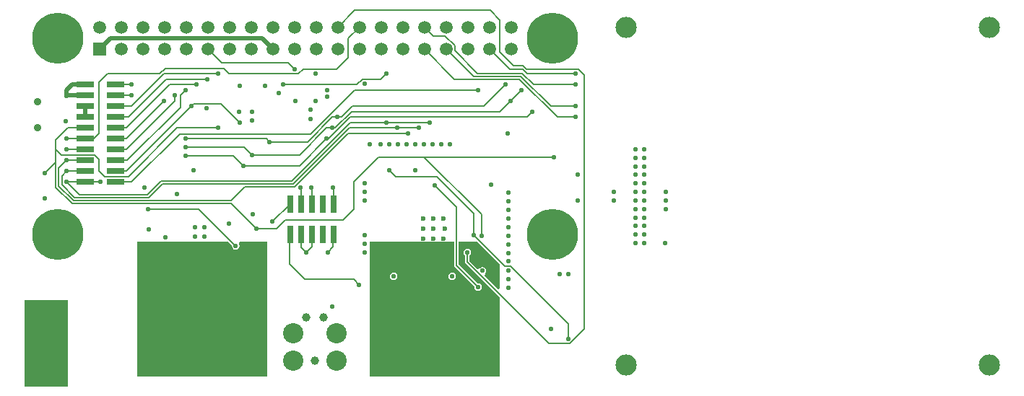
<source format=gbl>
G04 Layer_Physical_Order=4*
G04 Layer_Color=16711680*
%FSLAX25Y25*%
%MOIN*%
G70*
G01*
G75*
%ADD27R,0.20000X0.40000*%
%ADD40C,0.00800*%
%ADD41C,0.02000*%
%ADD43C,0.23622*%
%ADD44R,0.05905X0.05905*%
%ADD45C,0.05905*%
%ADD46C,0.09800*%
%ADD47C,0.02200*%
%ADD48C,0.03543*%
%ADD49C,0.09350*%
%ADD50C,0.03900*%
%ADD51C,0.02362*%
%ADD52C,0.06000*%
%ADD67R,0.02559X0.08268*%
%ADD68R,0.08268X0.02559*%
G36*
X220000Y-60442D02*
Y-71721D01*
X219076Y-72104D01*
X212957Y-65985D01*
X213158Y-64771D01*
X213226Y-64726D01*
X213601Y-64163D01*
X213733Y-63500D01*
X213601Y-62837D01*
X213226Y-62274D01*
X212663Y-61899D01*
X212000Y-61767D01*
X211337Y-61899D01*
X210774Y-62274D01*
X210729Y-62343D01*
X209515Y-62543D01*
X206020Y-59048D01*
Y-56363D01*
X206226Y-56226D01*
X206601Y-55663D01*
X206733Y-55000D01*
X206601Y-54337D01*
X206226Y-53774D01*
X205663Y-53399D01*
X205000Y-53267D01*
X204337Y-53399D01*
X203774Y-53774D01*
X203399Y-54337D01*
X203267Y-55000D01*
X203399Y-55663D01*
X203774Y-56226D01*
X203980Y-56363D01*
Y-59470D01*
X204058Y-59860D01*
X204279Y-60191D01*
X220000Y-75912D01*
Y-112500D01*
X160000D01*
Y-50000D01*
X198980D01*
Y-61000D01*
X199058Y-61390D01*
X199279Y-61721D01*
X208315Y-70757D01*
X208267Y-71000D01*
X208399Y-71663D01*
X208774Y-72226D01*
X209337Y-72601D01*
X210000Y-72733D01*
X210663Y-72601D01*
X211226Y-72226D01*
X211601Y-71663D01*
X211733Y-71000D01*
X211601Y-70337D01*
X211226Y-69774D01*
X210663Y-69399D01*
X210000Y-69267D01*
X209757Y-69315D01*
X201020Y-60578D01*
Y-50000D01*
X209558D01*
X220000Y-60442D01*
D02*
G37*
G36*
X112500Y-112500D02*
X52500D01*
Y-50000D01*
X94558D01*
X96336Y-51778D01*
X96298Y-51969D01*
X96430Y-52632D01*
X96806Y-53194D01*
X97368Y-53570D01*
X98031Y-53702D01*
X98695Y-53570D01*
X99257Y-53194D01*
X99633Y-52632D01*
X99765Y-51969D01*
X99633Y-51305D01*
X99429Y-51000D01*
X99754Y-50142D01*
X99872Y-50000D01*
X112500D01*
Y-112500D01*
D02*
G37*
%LPC*%
G36*
X171000Y-64267D02*
X170337Y-64399D01*
X169774Y-64774D01*
X169399Y-65337D01*
X169267Y-66000D01*
X169399Y-66663D01*
X169774Y-67226D01*
X170337Y-67601D01*
X171000Y-67733D01*
X171663Y-67601D01*
X172226Y-67226D01*
X172601Y-66663D01*
X172733Y-66000D01*
X172601Y-65337D01*
X172226Y-64774D01*
X171663Y-64399D01*
X171000Y-64267D01*
D02*
G37*
G36*
X198000D02*
X197337Y-64399D01*
X196774Y-64774D01*
X196399Y-65337D01*
X196267Y-66000D01*
X196399Y-66663D01*
X196774Y-67226D01*
X197337Y-67601D01*
X198000Y-67733D01*
X198663Y-67601D01*
X199226Y-67226D01*
X199601Y-66663D01*
X199733Y-66000D01*
X199601Y-65337D01*
X199226Y-64774D01*
X198663Y-64399D01*
X198000Y-64267D01*
D02*
G37*
%LPD*%
D27*
X10500Y-97000D02*
D03*
D40*
X152984Y56811D02*
X215500D01*
X145173Y49000D02*
X152984Y56811D01*
X215500D02*
X220000Y52311D01*
X259000Y-90470D02*
Y27000D01*
X256400Y29600D02*
X259000Y27000D01*
X232400Y29600D02*
X256400D01*
X230600Y31400D02*
X232400Y29600D01*
X226100Y31400D02*
X230600D01*
X246560Y7500D02*
X255000D01*
X243540Y12500D02*
X255000D01*
X235520Y22500D02*
X255000D01*
X230220Y27800D02*
X235520Y22500D01*
X229640Y26400D02*
X243540Y12500D01*
X229060Y25000D02*
X246560Y7500D01*
X199000Y25000D02*
X229060D01*
X207773Y26400D02*
X229640D01*
X209700Y27800D02*
X230220D01*
X232500Y27500D02*
X255000D01*
X230500Y29500D02*
X232500Y27500D01*
X224673Y29500D02*
X230500D01*
X215173Y39000D02*
X224673Y29500D01*
X199126Y38374D02*
X209700Y27800D01*
X195173Y39000D02*
X207773Y26400D01*
X185173Y38827D02*
X199000Y25000D01*
X220000Y37500D02*
X226100Y31400D01*
X220000Y37500D02*
Y52311D01*
X81000Y-35000D02*
X98000Y-52000D01*
X15000Y-13500D02*
Y-7500D01*
Y-25000D02*
Y-13500D01*
X10000Y-18500D02*
X15000Y-13500D01*
X35000Y-17500D02*
Y-12000D01*
X33000Y-10000D02*
X35000Y-12000D01*
X17500Y-10000D02*
X33000D01*
X15000Y-7500D02*
Y-3000D01*
Y-7500D02*
X17500Y-10000D01*
X35000Y-0D02*
Y23500D01*
X32500Y-2500D02*
X35000Y-0D01*
X28413Y-2500D02*
X32500D01*
X39000Y27500D02*
X63020D01*
X35000Y23500D02*
X39000Y27500D01*
X95000D02*
X127000D01*
X92500Y30000D02*
X95000Y27500D01*
X65520Y30000D02*
X92500D01*
X63020Y27500D02*
X65520Y30000D01*
X154030Y22500D02*
X156630Y25100D01*
X120000Y22500D02*
X154030D01*
X158470Y25000D02*
X165000D01*
X158370Y25100D02*
X158470Y25000D01*
X156630Y25100D02*
X158370D01*
X165000Y25000D02*
X167500Y27500D01*
X150000Y35000D02*
Y43827D01*
X144600Y29600D02*
X150000Y35000D01*
X129100Y29600D02*
X144600D01*
X150000Y43827D02*
X155173Y49000D01*
X127000Y27500D02*
X129100Y29600D01*
X122200Y32500D02*
X125100Y29600D01*
X91673Y32500D02*
X122200D01*
X37500Y-20000D02*
X48500D01*
X35000Y-17500D02*
X37500Y-20000D01*
X48500D02*
X71000Y2500D01*
X90000D01*
X47500Y-17500D02*
X77500Y12500D01*
X42587Y-17500D02*
X47500D01*
X91400Y13600D02*
X100000Y5000D01*
X78600Y13600D02*
X91400D01*
X77500Y12500D02*
X78600Y13600D01*
X153020Y20000D02*
X210000D01*
X132520Y-500D02*
X153020Y20000D01*
X75970Y-500D02*
X132520D01*
X142500Y7500D02*
X145000D01*
X131142Y-3858D02*
X142500Y7500D01*
X113642Y-3858D02*
X131142D01*
X140000Y2500D02*
X142500D01*
X127500Y-10000D02*
X140000Y2500D01*
X105500Y-10000D02*
X127500D01*
X151949Y12500D02*
X212500D01*
X146949Y7500D02*
X151949Y12500D01*
X145000Y7500D02*
X146949D01*
X151500Y10000D02*
X220000D01*
X144000Y2500D02*
X151500Y10000D01*
X151000Y7500D02*
X232500D01*
X141000Y-2500D02*
X151000Y7500D01*
X142500Y2500D02*
X144000D01*
X140000Y-2500D02*
X141000D01*
X151040Y5000D02*
X167500D01*
X124040Y-22000D02*
X151040Y5000D01*
X150520Y2500D02*
X172500D01*
X124620Y-23400D02*
X150520Y2500D01*
X150000Y0D02*
X177500D01*
X125200Y-24800D02*
X150000Y0D01*
X127500Y-15000D02*
X140000Y-2500D01*
X101500Y-15000D02*
X127500D01*
X75870Y-400D02*
X75970Y-500D01*
X72100Y-400D02*
X75870D01*
X50000Y-22500D02*
X72100Y-400D01*
X65000Y27500D02*
X90000D01*
X50000Y12500D02*
X65000Y27500D01*
X66040Y25000D02*
X85000D01*
X48540Y7500D02*
X66040Y25000D01*
X42587Y-2500D02*
X47500D01*
X67500Y22500D02*
X80000D01*
X47500Y2500D02*
X67500Y22500D01*
X70000Y15000D02*
Y17500D01*
X47500Y-7500D02*
X70000Y15000D01*
X47500Y-2500D02*
X65000Y15000D01*
X48020Y-12500D02*
X72510Y11990D01*
Y17510D02*
X75000Y20000D01*
X72510Y11990D02*
Y17510D01*
X42587Y-12500D02*
X48020D01*
X42587Y-7500D02*
X47500D01*
X85173Y39000D02*
X91673Y32500D01*
X42587Y2500D02*
X47500D01*
X42587Y7500D02*
X48540D01*
X20500Y2500D02*
X28413D01*
X15000Y-3000D02*
X20500Y2500D01*
X20000Y-2500D02*
X28413D01*
X252370Y-97100D02*
X259000Y-90470D01*
X242630Y-97100D02*
X252370D01*
X205000Y-59470D02*
X242630Y-97100D01*
X205000Y-59470D02*
Y-55000D01*
X28413Y-22500D02*
X35500D01*
X112284Y-2500D02*
X113642Y-3858D01*
X75000Y-2500D02*
X112284D01*
X102000Y-6500D02*
X105500Y-10000D01*
X75000Y-6500D02*
X102000D01*
X97000Y-10500D02*
X101500Y-15000D01*
X75000Y-10500D02*
X97000D01*
X57220Y-28300D02*
X63520Y-22000D01*
X17800Y-23840D02*
Y-19700D01*
X20000Y-17500D01*
Y-22500D02*
X25800Y-28300D01*
X17800Y-23840D02*
X23660Y-29700D01*
X57800D01*
X25800Y-28300D02*
X57220D01*
X185173Y49000D02*
X189126Y45047D01*
X194716D01*
X199126Y40637D01*
Y38374D02*
Y40637D01*
X185173Y38827D02*
Y39000D01*
X225000Y15000D02*
X230000Y20000D01*
X220000Y10000D02*
X225000Y15000D01*
X172500Y2500D02*
X182500D01*
X167500Y5000D02*
X187500D01*
X212500Y12500D02*
X222500Y22500D01*
X232500Y7500D02*
X235000Y10000D01*
X64100Y-23400D02*
X124620D01*
X63520Y-22000D02*
X124040D01*
X102200Y-24800D02*
X125200D01*
X95900Y-31100D02*
X102200Y-24800D01*
X57800Y-29700D02*
X64100Y-23400D01*
X23080Y-31100D02*
X95900D01*
X20000Y-17500D02*
X28413D01*
X16400Y-24420D02*
X23080Y-31100D01*
X16400Y-24420D02*
Y-16100D01*
X20000Y-12500D01*
X28413D01*
X20000Y-22500D02*
X28413D01*
X96000Y-32500D02*
X107500Y-44000D01*
X22500Y-32500D02*
X96000D01*
X15000Y-25000D02*
X22500Y-32500D01*
X107500Y-44000D02*
X117000D01*
X42587Y-22500D02*
X50000D01*
X42587Y17500D02*
X50000D01*
X42587Y22500D02*
X50000D01*
X42587Y12500D02*
X50000D01*
X185000Y-11000D02*
X245000D01*
X208000Y-47000D02*
Y-37000D01*
X191000Y-20000D02*
X208000Y-37000D01*
X172000Y-20000D02*
X191000D01*
X169000Y-17000D02*
X172000Y-20000D01*
X208000Y-47000D02*
X222400Y-61400D01*
X251500Y-95000D02*
Y-88030D01*
X224870Y-61400D02*
X251500Y-88030D01*
X222400Y-61400D02*
X224870D01*
X211500Y-47500D02*
Y-37500D01*
X121000Y-40000D02*
X147500D01*
X185000Y-11000D02*
X211500Y-37500D01*
X164000Y-11000D02*
X185000D01*
X152500Y-22500D02*
X164000Y-11000D01*
X152500Y-35000D02*
Y-22500D01*
X147500Y-40000D02*
X152500Y-35000D01*
X200000Y-61000D02*
X210000Y-71000D01*
X200000Y-61000D02*
Y-33862D01*
X190069Y-23931D02*
X200000Y-33862D01*
X209969Y-71031D02*
X210000Y-71000D01*
X117000Y-44000D02*
X121000Y-40000D01*
X152500Y-67500D02*
X155000Y-70000D01*
X130000Y-67500D02*
X152500D01*
X123000Y-60500D02*
X130000Y-67500D01*
X143000Y-46887D02*
X143100Y-46787D01*
X143000Y-52500D02*
Y-46887D01*
X128100Y-52600D02*
X130500Y-55000D01*
X128100Y-52600D02*
Y-46787D01*
X140500Y-55000D02*
X143000Y-52500D01*
X130500Y-55000D02*
X133100Y-52400D01*
Y-46787D01*
X143100Y-32613D02*
Y-25100D01*
X143000Y-25000D02*
X143100Y-25100D01*
X128100Y-32613D02*
Y-25100D01*
X128000Y-25000D02*
X128100Y-25100D01*
X133100Y-32613D02*
Y-25100D01*
X133000Y-25000D02*
X133100Y-25100D01*
X115000Y-40713D02*
X123100Y-32613D01*
X57500Y-35000D02*
X81000D01*
X20000Y-7500D02*
X28413D01*
X123000Y-46887D02*
X123100Y-46787D01*
X123000Y-60500D02*
Y-46887D01*
D41*
X40173Y44000D02*
X110173D01*
X35173Y39000D02*
X40173Y44000D01*
X110173D02*
X115173Y39000D01*
X20000Y17500D02*
X28413D01*
X22500Y22500D02*
X28413D01*
X20000Y20000D02*
X22500Y22500D01*
X20000Y17500D02*
Y20000D01*
X28413Y7500D02*
Y12500D01*
X20000Y17453D02*
Y17500D01*
D43*
X244346Y44000D02*
D03*
Y-46551D02*
D03*
X16000Y44000D02*
D03*
Y-46551D02*
D03*
D44*
X35173Y39000D02*
D03*
D45*
X45173D02*
D03*
X55173D02*
D03*
X65173D02*
D03*
X75173D02*
D03*
X85173D02*
D03*
X95173D02*
D03*
X105173D02*
D03*
X115173D02*
D03*
X125173D02*
D03*
X135173D02*
D03*
X145173D02*
D03*
X155173D02*
D03*
X165173D02*
D03*
X175173D02*
D03*
X185173D02*
D03*
X195173D02*
D03*
X205173D02*
D03*
X215173D02*
D03*
X225173D02*
D03*
X35173Y49000D02*
D03*
X45173D02*
D03*
X55173D02*
D03*
X65173D02*
D03*
X75173D02*
D03*
X85173D02*
D03*
X95173D02*
D03*
X105173D02*
D03*
X115173D02*
D03*
X125173D02*
D03*
X135173D02*
D03*
X145173D02*
D03*
X155173D02*
D03*
X165173D02*
D03*
X175173D02*
D03*
X185173D02*
D03*
X195173D02*
D03*
X205173D02*
D03*
X215173D02*
D03*
X225173D02*
D03*
D46*
X445953Y48921D02*
D03*
Y-106984D02*
D03*
X278236Y48921D02*
D03*
Y-106984D02*
D03*
D47*
X282733Y-50685D02*
D03*
X286669D02*
D03*
X282733Y-46748D02*
D03*
X286669D02*
D03*
X282733Y-42811D02*
D03*
X286669D02*
D03*
X282733Y-38874D02*
D03*
X286669D02*
D03*
X282733Y-34937D02*
D03*
X286669D02*
D03*
X282733Y-31000D02*
D03*
X286669D02*
D03*
X282733Y-27063D02*
D03*
X286669D02*
D03*
X282733Y-23126D02*
D03*
X286669D02*
D03*
X282733Y-19189D02*
D03*
X286669D02*
D03*
X282733Y-15252D02*
D03*
X286669D02*
D03*
X282733Y-11315D02*
D03*
X286669D02*
D03*
X282733Y-7378D02*
D03*
X286669D02*
D03*
X79287Y-43256D02*
D03*
X83618D02*
D03*
X79287Y-47587D02*
D03*
X83618D02*
D03*
X215000Y-87500D02*
D03*
Y-97500D02*
D03*
Y-107500D02*
D03*
X210000Y-57500D02*
D03*
X212500Y-82500D02*
D03*
X210000Y-87500D02*
D03*
X212500Y-92500D02*
D03*
X210000Y-97500D02*
D03*
X212500Y-102500D02*
D03*
X210000Y-107500D02*
D03*
X207500Y-82500D02*
D03*
X205000Y-87500D02*
D03*
X207500Y-92500D02*
D03*
X205000Y-97500D02*
D03*
X207500Y-102500D02*
D03*
X205000Y-107500D02*
D03*
X202500Y-82500D02*
D03*
Y-92500D02*
D03*
Y-102500D02*
D03*
X175000Y-57500D02*
D03*
Y-87500D02*
D03*
X177500Y-92500D02*
D03*
X175000Y-97500D02*
D03*
X177500Y-102500D02*
D03*
X175000Y-107500D02*
D03*
X172500Y-82500D02*
D03*
X170000Y-87500D02*
D03*
X172500Y-92500D02*
D03*
X170000Y-97500D02*
D03*
X172500Y-102500D02*
D03*
X170000Y-107500D02*
D03*
X165000Y-77500D02*
D03*
X167500Y-82500D02*
D03*
X165000Y-87500D02*
D03*
X167500Y-92500D02*
D03*
X165000Y-97500D02*
D03*
X167500Y-102500D02*
D03*
X165000Y-107500D02*
D03*
X107500Y-62500D02*
D03*
X105000Y-67500D02*
D03*
X107500Y-72500D02*
D03*
X105000Y-77500D02*
D03*
X107500Y-82500D02*
D03*
X105000Y-87500D02*
D03*
X107500Y-92500D02*
D03*
X105000Y-97500D02*
D03*
X107500Y-102500D02*
D03*
X105000Y-107500D02*
D03*
X102500Y-62500D02*
D03*
X100000Y-67500D02*
D03*
X102500Y-72500D02*
D03*
X100000Y-77500D02*
D03*
X102500Y-82500D02*
D03*
X100000Y-87500D02*
D03*
X102500Y-92500D02*
D03*
X100000Y-97500D02*
D03*
X102500Y-102500D02*
D03*
X100000Y-107500D02*
D03*
X97500Y-62500D02*
D03*
X95000Y-67500D02*
D03*
X97500Y-72500D02*
D03*
X95000Y-77500D02*
D03*
X97500Y-82500D02*
D03*
X95000Y-87500D02*
D03*
X97500Y-92500D02*
D03*
X95000Y-97500D02*
D03*
X97500Y-102500D02*
D03*
X95000Y-107500D02*
D03*
X90000Y-57500D02*
D03*
X92500Y-62500D02*
D03*
X90000Y-67500D02*
D03*
X92500Y-72500D02*
D03*
Y-82500D02*
D03*
Y-92500D02*
D03*
X87500Y-62500D02*
D03*
X75000Y-77500D02*
D03*
X70000Y-67500D02*
D03*
Y-77500D02*
D03*
Y-87500D02*
D03*
X72500Y-92500D02*
D03*
X70000Y-97500D02*
D03*
Y-107500D02*
D03*
X67500Y-62500D02*
D03*
X65000Y-67500D02*
D03*
X67500Y-72500D02*
D03*
X65000Y-77500D02*
D03*
X67500Y-82500D02*
D03*
X65000Y-87500D02*
D03*
X67500Y-92500D02*
D03*
X65000Y-97500D02*
D03*
X67500Y-102500D02*
D03*
X65000Y-107500D02*
D03*
X62500Y-62500D02*
D03*
X60000Y-67500D02*
D03*
X62500Y-72500D02*
D03*
X60000Y-77500D02*
D03*
X62500Y-82500D02*
D03*
X60000Y-87500D02*
D03*
X62500Y-92500D02*
D03*
X60000Y-97500D02*
D03*
X62500Y-102500D02*
D03*
X60000Y-107500D02*
D03*
X57500Y-62500D02*
D03*
Y-72500D02*
D03*
Y-82500D02*
D03*
Y-92500D02*
D03*
Y-102500D02*
D03*
X78325Y-88211D02*
D03*
X77380Y-92304D02*
D03*
X76396Y-96387D02*
D03*
X83691Y-103698D02*
D03*
X88206Y-93936D02*
D03*
X87489Y-89798D02*
D03*
X184035Y-94574D02*
D03*
X189463Y-103698D02*
D03*
X196104Y-95673D02*
D03*
X195015Y-91616D02*
D03*
X196147Y-87572D02*
D03*
X194176Y-83863D02*
D03*
X10000Y-18500D02*
D03*
Y-30000D02*
D03*
X120000Y22500D02*
D03*
X167500Y27500D02*
D03*
X125100Y29600D02*
D03*
X210000Y20000D02*
D03*
X140000Y-2500D02*
D03*
X142500Y2500D02*
D03*
X145000Y7500D02*
D03*
X100000Y5000D02*
D03*
X77500Y12500D02*
D03*
X90000Y2500D02*
D03*
X85000Y25000D02*
D03*
X80000Y22500D02*
D03*
X75000Y20000D02*
D03*
X65000Y15000D02*
D03*
X90000Y27500D02*
D03*
X70000Y17500D02*
D03*
X20000Y-2500D02*
D03*
X35500Y-22500D02*
D03*
X75000Y-2500D02*
D03*
Y-10500D02*
D03*
Y-6500D02*
D03*
X223500Y0D02*
D03*
X255000Y7500D02*
D03*
Y27500D02*
D03*
Y22500D02*
D03*
Y12500D02*
D03*
X225000Y15000D02*
D03*
X172500Y2500D02*
D03*
X167500Y5000D02*
D03*
X230000Y20000D02*
D03*
X222500Y22500D02*
D03*
X187500Y5000D02*
D03*
X182500Y2500D02*
D03*
X177500Y0D02*
D03*
X235000Y10000D02*
D03*
X101500Y-15000D02*
D03*
X105500Y-10000D02*
D03*
X105484Y6000D02*
D03*
X99547Y9953D02*
D03*
X105453Y9953D02*
D03*
X113642Y-3858D02*
D03*
X20000Y-17500D02*
D03*
Y-12500D02*
D03*
Y-22500D02*
D03*
X50000Y17500D02*
D03*
Y22500D02*
D03*
X65500Y-48000D02*
D03*
X245000Y-11000D02*
D03*
X171000Y-66000D02*
D03*
X105500Y-56500D02*
D03*
X104500Y-51031D02*
D03*
X125500Y15000D02*
D03*
X84500Y11500D02*
D03*
X140075Y16925D02*
D03*
X135000Y27500D02*
D03*
X140075Y20075D02*
D03*
X224000Y-71500D02*
D03*
X208000Y-47000D02*
D03*
X205000Y-55000D02*
D03*
X224000Y-59000D02*
D03*
Y-67500D02*
D03*
X211500Y-47500D02*
D03*
X157500Y-31000D02*
D03*
Y-27000D02*
D03*
X155000Y-70000D02*
D03*
X142500Y-80000D02*
D03*
X115000Y-40713D02*
D03*
X94933Y-41567D02*
D03*
X106000Y-37500D02*
D03*
X190069Y-23931D02*
D03*
X251500Y-95000D02*
D03*
X296315Y-50685D02*
D03*
X296500Y-35000D02*
D03*
Y-31000D02*
D03*
Y-27000D02*
D03*
X272500Y-31000D02*
D03*
Y-27000D02*
D03*
X256000Y-31000D02*
D03*
Y-19000D02*
D03*
X181000Y-17000D02*
D03*
X169000D02*
D03*
X216031Y-23531D02*
D03*
X224000Y-27500D02*
D03*
Y-31500D02*
D03*
Y-35500D02*
D03*
Y-39500D02*
D03*
Y-43500D02*
D03*
Y-47500D02*
D03*
Y-51500D02*
D03*
Y-55500D02*
D03*
Y-63500D02*
D03*
X212000D02*
D03*
X210000Y-71000D02*
D03*
X198000Y-66000D02*
D03*
X157500Y-55000D02*
D03*
Y-51000D02*
D03*
Y-47000D02*
D03*
Y-23000D02*
D03*
X20000Y17453D02*
D03*
X19642Y5642D02*
D03*
X140500Y-55000D02*
D03*
X130500D02*
D03*
X143000Y-25000D02*
D03*
X133000D02*
D03*
X128000D02*
D03*
X107500Y-44000D02*
D03*
X98031Y-51969D02*
D03*
X57500Y-35000D02*
D03*
X75000Y-84000D02*
D03*
Y-72000D02*
D03*
Y-60000D02*
D03*
X58000Y-44500D02*
D03*
X56000Y-25000D02*
D03*
X71000Y-28000D02*
D03*
X78500Y-17000D02*
D03*
X111500Y22000D02*
D03*
X100000D02*
D03*
X118000Y18500D02*
D03*
X132500Y11000D02*
D03*
Y6500D02*
D03*
X197000Y-5000D02*
D03*
X193000D02*
D03*
X189000D02*
D03*
X185000D02*
D03*
X181000D02*
D03*
X177000D02*
D03*
X173000D02*
D03*
X169000D02*
D03*
X165000D02*
D03*
X160000D02*
D03*
X243500Y-90500D02*
D03*
X247500Y-65000D02*
D03*
X251469Y-65031D02*
D03*
X135000Y15000D02*
D03*
X157500Y23000D02*
D03*
X20000Y-7500D02*
D03*
D48*
X6500Y14500D02*
D03*
Y2689D02*
D03*
D49*
X144500Y-92500D02*
D03*
X124500D02*
D03*
X144500Y-105000D02*
D03*
X124500D02*
D03*
D50*
X138500Y-85000D02*
D03*
X130500D02*
D03*
X134500Y-105000D02*
D03*
D51*
X194421Y-44000D02*
D03*
X194028Y-48724D02*
D03*
Y-39276D02*
D03*
X189303D02*
D03*
Y-44000D02*
D03*
X184579D02*
D03*
Y-48724D02*
D03*
X189303D02*
D03*
X184579Y-39276D02*
D03*
D52*
X10500Y-97000D02*
D03*
D67*
X143100Y-32613D02*
D03*
X138100D02*
D03*
X133100D02*
D03*
X128100D02*
D03*
X123100D02*
D03*
X143100Y-46787D02*
D03*
X138100D02*
D03*
X133100D02*
D03*
X128100D02*
D03*
X123100D02*
D03*
D68*
X42587Y-2500D02*
D03*
X28413D02*
D03*
X42587Y-22500D02*
D03*
Y-17500D02*
D03*
Y-12500D02*
D03*
Y-7500D02*
D03*
Y2500D02*
D03*
Y7500D02*
D03*
Y12500D02*
D03*
Y17500D02*
D03*
Y22500D02*
D03*
X28413Y-22500D02*
D03*
Y-17500D02*
D03*
Y-12500D02*
D03*
Y-7500D02*
D03*
Y2500D02*
D03*
Y7500D02*
D03*
Y12500D02*
D03*
Y17500D02*
D03*
Y22500D02*
D03*
M02*

</source>
